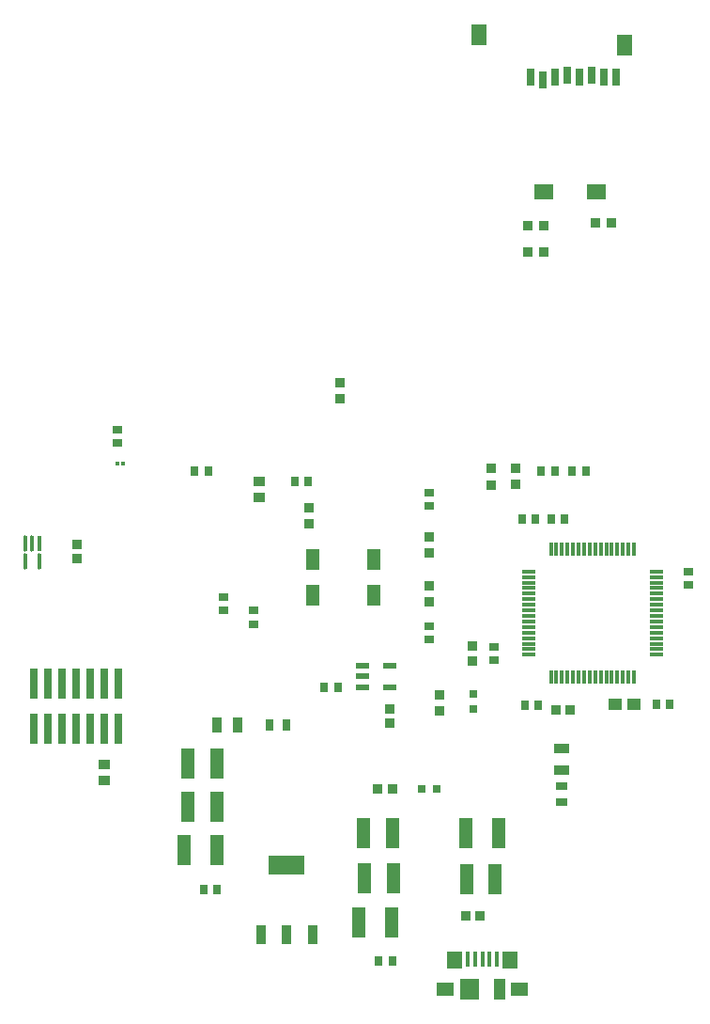
<source format=gtp>
G04*
G04 #@! TF.GenerationSoftware,Altium Limited,Altium Designer,23.8.1 (32)*
G04*
G04 Layer_Color=8421504*
%FSLAX25Y25*%
%MOIN*%
G70*
G04*
G04 #@! TF.SameCoordinates,E8196DF9-6BE1-4897-A204-F033BB6E7C32*
G04*
G04*
G04 #@! TF.FilePolarity,Positive*
G04*
G01*
G75*
%ADD15R,0.02913X0.10984*%
%ADD16R,0.01417X0.01260*%
%ADD17R,0.03740X0.03150*%
%ADD18R,0.05512X0.07480*%
%ADD19R,0.07087X0.05512*%
%ADD20R,0.03150X0.05906*%
%ADD21R,0.04724X0.01181*%
%ADD22R,0.01181X0.04724*%
%ADD23R,0.01181X0.04724*%
%ADD24R,0.03347X0.03543*%
%ADD25R,0.03591X0.03772*%
%ADD26R,0.04134X0.03543*%
%ADD27R,0.02953X0.03543*%
%ADD28R,0.03788X0.03681*%
%ADD29R,0.03772X0.03591*%
%ADD30R,0.03681X0.03788*%
%ADD31R,0.03543X0.02953*%
%ADD32R,0.03150X0.03740*%
%ADD33R,0.04724X0.10630*%
%ADD34R,0.04882X0.10748*%
%ADD35R,0.03543X0.05512*%
%ADD36R,0.02953X0.03937*%
G04:AMPARAMS|DCode=37|XSize=35.43mil|YSize=68.9mil|CornerRadius=1.95mil|HoleSize=0mil|Usage=FLASHONLY|Rotation=180.000|XOffset=0mil|YOffset=0mil|HoleType=Round|Shape=RoundedRectangle|*
%AMROUNDEDRECTD37*
21,1,0.03543,0.06500,0,0,180.0*
21,1,0.03154,0.06890,0,0,180.0*
1,1,0.00390,-0.01577,0.03250*
1,1,0.00390,0.01577,0.03250*
1,1,0.00390,0.01577,-0.03250*
1,1,0.00390,-0.01577,-0.03250*
%
%ADD37ROUNDEDRECTD37*%
G04:AMPARAMS|DCode=38|XSize=125.98mil|YSize=68.9mil|CornerRadius=2.07mil|HoleSize=0mil|Usage=FLASHONLY|Rotation=180.000|XOffset=0mil|YOffset=0mil|HoleType=Round|Shape=RoundedRectangle|*
%AMROUNDEDRECTD38*
21,1,0.12598,0.06476,0,0,180.0*
21,1,0.12185,0.06890,0,0,180.0*
1,1,0.00413,-0.06093,0.03238*
1,1,0.00413,0.06093,0.03238*
1,1,0.00413,0.06093,-0.03238*
1,1,0.00413,-0.06093,-0.03238*
%
%ADD38ROUNDEDRECTD38*%
%ADD39R,0.01772X0.05433*%
%ADD40R,0.05610X0.06102*%
%ADD41R,0.03937X0.07480*%
%ADD42R,0.07087X0.07480*%
%ADD43R,0.06496X0.05118*%
%ADD44R,0.03543X0.03347*%
%ADD45R,0.01480X0.05764*%
G04:AMPARAMS|DCode=46|XSize=57.64mil|YSize=14.8mil|CornerRadius=7.4mil|HoleSize=0mil|Usage=FLASHONLY|Rotation=270.000|XOffset=0mil|YOffset=0mil|HoleType=Round|Shape=RoundedRectangle|*
%AMROUNDEDRECTD46*
21,1,0.05764,0.00000,0,0,270.0*
21,1,0.04284,0.01480,0,0,270.0*
1,1,0.01480,0.00000,-0.02142*
1,1,0.01480,0.00000,0.02142*
1,1,0.01480,0.00000,0.02142*
1,1,0.01480,0.00000,-0.02142*
%
%ADD46ROUNDEDRECTD46*%
%ADD47R,0.05118X0.07480*%
%ADD48R,0.02559X0.02756*%
%ADD49R,0.04921X0.04331*%
%ADD50R,0.04724X0.02362*%
%ADD51R,0.02756X0.02559*%
%ADD52R,0.05512X0.03543*%
%ADD53R,0.03937X0.02953*%
D15*
X307244Y259331D02*
D03*
Y243307D02*
D03*
X302244Y259331D02*
D03*
Y243307D02*
D03*
X297244Y259331D02*
D03*
Y243307D02*
D03*
X292244Y259331D02*
D03*
Y243307D02*
D03*
X287244Y259331D02*
D03*
Y243307D02*
D03*
X282244Y259331D02*
D03*
Y243307D02*
D03*
X277244Y259331D02*
D03*
Y243307D02*
D03*
D16*
X308898Y337402D02*
D03*
X306693D02*
D03*
D17*
Y349606D02*
D03*
Y344685D02*
D03*
X355118Y285433D02*
D03*
Y280315D02*
D03*
D18*
X486909Y485630D02*
D03*
X435138Y489567D02*
D03*
D19*
X458169Y433858D02*
D03*
X476673D02*
D03*
D20*
X483760Y474409D02*
D03*
X479429D02*
D03*
X475098Y475197D02*
D03*
X470768Y474409D02*
D03*
X466437Y475197D02*
D03*
X462106Y474409D02*
D03*
X457776Y473622D02*
D03*
X453445Y474409D02*
D03*
D21*
X452756Y299213D02*
D03*
Y297244D02*
D03*
Y295276D02*
D03*
Y293307D02*
D03*
Y291339D02*
D03*
Y289370D02*
D03*
Y287402D02*
D03*
Y285433D02*
D03*
Y283465D02*
D03*
Y281496D02*
D03*
Y279528D02*
D03*
Y277559D02*
D03*
Y275591D02*
D03*
Y273622D02*
D03*
Y271654D02*
D03*
Y269685D02*
D03*
X498031D02*
D03*
Y271654D02*
D03*
Y273622D02*
D03*
Y275591D02*
D03*
Y277559D02*
D03*
Y279528D02*
D03*
Y281496D02*
D03*
Y283465D02*
D03*
Y285433D02*
D03*
Y287402D02*
D03*
Y289370D02*
D03*
Y291339D02*
D03*
Y293307D02*
D03*
Y295276D02*
D03*
Y297244D02*
D03*
Y299213D02*
D03*
D22*
X460630Y261811D02*
D03*
X462598D02*
D03*
X464567D02*
D03*
X466535D02*
D03*
X468504D02*
D03*
X470472D02*
D03*
X472441D02*
D03*
X474409D02*
D03*
X476378D02*
D03*
X478346D02*
D03*
X480315D02*
D03*
X482283D02*
D03*
X484252D02*
D03*
X486220D02*
D03*
X488189D02*
D03*
X490157D02*
D03*
Y307087D02*
D03*
X488189D02*
D03*
X486220D02*
D03*
X484252D02*
D03*
X482283D02*
D03*
X480315D02*
D03*
X478346D02*
D03*
X476378D02*
D03*
X472441D02*
D03*
X470472D02*
D03*
X468504D02*
D03*
X466535D02*
D03*
X464567D02*
D03*
X462598D02*
D03*
X460630D02*
D03*
D23*
X474409D02*
D03*
D24*
X462451Y250148D02*
D03*
X467569D02*
D03*
X399213Y222047D02*
D03*
X404331D02*
D03*
X430315Y177165D02*
D03*
X435433D02*
D03*
D25*
X448032Y329982D02*
D03*
Y335707D02*
D03*
X421260Y249894D02*
D03*
Y255618D02*
D03*
X417323Y305799D02*
D03*
Y311524D02*
D03*
X385638Y360425D02*
D03*
Y366150D02*
D03*
X417323Y288476D02*
D03*
Y294201D02*
D03*
X439567Y335646D02*
D03*
Y329921D02*
D03*
D26*
X357087Y331102D02*
D03*
Y325590D02*
D03*
X301969Y230709D02*
D03*
Y225197D02*
D03*
D27*
X369783Y331201D02*
D03*
X374508D02*
D03*
X450394Y317717D02*
D03*
X455118D02*
D03*
X337402Y186614D02*
D03*
X342126D02*
D03*
X399606Y161024D02*
D03*
X404331D02*
D03*
X456201Y251870D02*
D03*
X451476D02*
D03*
X502756Y251969D02*
D03*
X498032D02*
D03*
X334252Y334646D02*
D03*
X338976D02*
D03*
X465354Y317717D02*
D03*
X460630D02*
D03*
D28*
X374803Y321654D02*
D03*
Y316020D02*
D03*
D29*
X458181Y412299D02*
D03*
X452457D02*
D03*
X452445Y421850D02*
D03*
X458169D02*
D03*
D30*
X476552Y422835D02*
D03*
X482185D02*
D03*
D31*
X509449Y294488D02*
D03*
Y299213D02*
D03*
X440551Y267717D02*
D03*
Y272441D02*
D03*
X417323Y279921D02*
D03*
Y275197D02*
D03*
X344488Y290158D02*
D03*
Y285433D02*
D03*
X417323Y327165D02*
D03*
Y322441D02*
D03*
D32*
X473228Y334646D02*
D03*
X468110D02*
D03*
X380118Y258268D02*
D03*
X385236D02*
D03*
X462205Y334646D02*
D03*
X457087D02*
D03*
D33*
X404331Y206299D02*
D03*
X394094D02*
D03*
X331890Y215748D02*
D03*
X342126D02*
D03*
X342126Y231102D02*
D03*
X331890D02*
D03*
X440945Y190157D02*
D03*
X430709D02*
D03*
X394488Y190551D02*
D03*
X404724D02*
D03*
D34*
X404213Y174803D02*
D03*
X392520D02*
D03*
X330433Y200394D02*
D03*
X342126D02*
D03*
X442067Y206299D02*
D03*
X430374D02*
D03*
D35*
X349606Y244882D02*
D03*
X342126D02*
D03*
D36*
X366732D02*
D03*
X360827D02*
D03*
D37*
X357874Y170374D02*
D03*
X366929D02*
D03*
X375984D02*
D03*
D38*
X366929Y194980D02*
D03*
D39*
X441437Y161653D02*
D03*
X438878D02*
D03*
X436319D02*
D03*
X433760D02*
D03*
X431201D02*
D03*
D40*
X446112Y161319D02*
D03*
X426525D02*
D03*
D41*
X442421Y151181D02*
D03*
D42*
X431791D02*
D03*
D43*
X449606D02*
D03*
X423032D02*
D03*
D44*
X292520Y308858D02*
D03*
Y303740D02*
D03*
X403543Y250590D02*
D03*
Y245473D02*
D03*
X432874Y267520D02*
D03*
Y272638D02*
D03*
D45*
X279134Y309213D02*
D03*
D46*
X276575D02*
D03*
X274016D02*
D03*
Y302756D02*
D03*
X279134D02*
D03*
D47*
X397638Y290945D02*
D03*
Y303543D02*
D03*
X375984Y290945D02*
D03*
Y303543D02*
D03*
D48*
X414764Y222047D02*
D03*
X420079D02*
D03*
D49*
X490158Y251969D02*
D03*
X483465D02*
D03*
D50*
X403543Y265748D02*
D03*
Y258268D02*
D03*
X393701D02*
D03*
Y262008D02*
D03*
Y265748D02*
D03*
D51*
X433071Y255906D02*
D03*
Y250591D02*
D03*
D52*
X464567Y228937D02*
D03*
Y236417D02*
D03*
D53*
Y223228D02*
D03*
Y217323D02*
D03*
M02*

</source>
